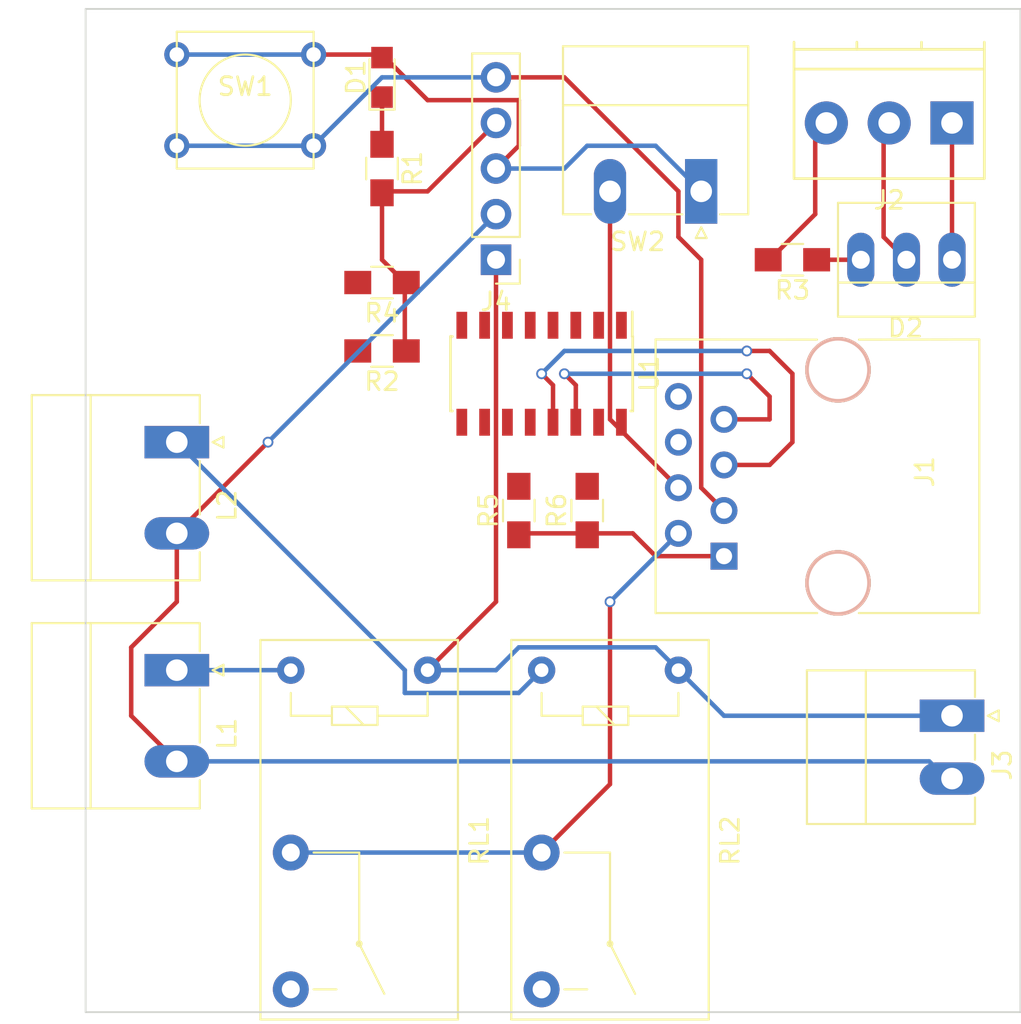
<source format=kicad_pcb>
(kicad_pcb (version 4) (host pcbnew 4.0.6)

  (general
    (links 41)
    (no_connects 11)
    (area 214.63 53.34 271.78 111.76)
    (thickness 1.6)
    (drawings 4)
    (tracks 96)
    (zones 0)
    (modules 19)
    (nets 29)
  )

  (page A4)
  (title_block
    (date "jeu. 02 avril 2015")
  )

  (layers
    (0 F.Cu signal)
    (31 B.Cu signal)
    (32 B.Adhes user)
    (33 F.Adhes user)
    (34 B.Paste user)
    (35 F.Paste user)
    (36 B.SilkS user)
    (37 F.SilkS user)
    (38 B.Mask user)
    (39 F.Mask user)
    (40 Dwgs.User user)
    (41 Cmts.User user)
    (42 Eco1.User user)
    (43 Eco2.User user)
    (44 Edge.Cuts user)
    (45 Margin user)
    (46 B.CrtYd user)
    (47 F.CrtYd user)
    (48 B.Fab user)
    (49 F.Fab user)
  )

  (setup
    (last_trace_width 0.25)
    (trace_clearance 0.2)
    (zone_clearance 0.508)
    (zone_45_only no)
    (trace_min 0.2)
    (segment_width 0.15)
    (edge_width 0.1)
    (via_size 0.6)
    (via_drill 0.4)
    (via_min_size 0.4)
    (via_min_drill 0.3)
    (uvia_size 0.3)
    (uvia_drill 0.1)
    (uvias_allowed no)
    (uvia_min_size 0.2)
    (uvia_min_drill 0.1)
    (pcb_text_width 0.3)
    (pcb_text_size 1.5 1.5)
    (mod_edge_width 0.15)
    (mod_text_size 1 1)
    (mod_text_width 0.15)
    (pad_size 1.5 1.5)
    (pad_drill 0.6)
    (pad_to_mask_clearance 0)
    (aux_axis_origin 138.176 110.617)
    (visible_elements 7FFFFFFF)
    (pcbplotparams
      (layerselection 0x00030_80000001)
      (usegerberextensions false)
      (excludeedgelayer true)
      (linewidth 0.100000)
      (plotframeref false)
      (viasonmask false)
      (mode 1)
      (useauxorigin false)
      (hpglpennumber 1)
      (hpglpenspeed 20)
      (hpglpendiameter 15)
      (hpglpenoverlay 2)
      (psnegative false)
      (psa4output false)
      (plotreference true)
      (plotvalue true)
      (plotinvisibletext false)
      (padsonsilk false)
      (subtractmaskfromsilk false)
      (outputformat 1)
      (mirror false)
      (drillshape 1)
      (scaleselection 1)
      (outputdirectory ""))
  )

  (net 0 "")
  (net 1 GND)
  (net 2 VCC)
  (net 3 "Net-(D1-Pad1)")
  (net 4 "Net-(D2-Pad1)")
  (net 5 "Net-(D2-Pad2)")
  (net 6 "Net-(D2-Pad3)")
  (net 7 DO_Open_Req)
  (net 8 "Net-(J1-Pad12)")
  (net 9 "Net-(J1-Pad5)")
  (net 10 "Net-(J1-Pad6)")
  (net 11 "Net-(J1-Pad7)")
  (net 12 "Net-(J1-Pad10)")
  (net 13 +24V)
  (net 14 GNDA)
  (net 15 "Net-(L1-Pad1)")
  (net 16 "Net-(L2-Pad1)")
  (net 17 "Net-(J1-Pad11)")
  (net 18 "Net-(J1-Pad9)")
  (net 19 "Net-(U1-Pad4)")
  (net 20 "Net-(U1-Pad5)")
  (net 21 "Net-(U1-Pad6)")
  (net 22 "Net-(U1-Pad7)")
  (net 23 "Net-(U1-Pad9)")
  (net 24 "Net-(U1-Pad10)")
  (net 25 "Net-(U1-Pad11)")
  (net 26 "Net-(U1-Pad12)")
  (net 27 "Net-(RL1-PadA2)")
  (net 28 "Net-(RL2-PadA2)")

  (net_class Default "This is the default net class."
    (clearance 0.2)
    (trace_width 0.25)
    (via_dia 0.6)
    (via_drill 0.4)
    (uvia_dia 0.3)
    (uvia_drill 0.1)
    (add_net +24V)
    (add_net DO_Open_Req)
    (add_net GND)
    (add_net GNDA)
    (add_net "Net-(D1-Pad1)")
    (add_net "Net-(D2-Pad1)")
    (add_net "Net-(D2-Pad2)")
    (add_net "Net-(D2-Pad3)")
    (add_net "Net-(J1-Pad10)")
    (add_net "Net-(J1-Pad11)")
    (add_net "Net-(J1-Pad12)")
    (add_net "Net-(J1-Pad5)")
    (add_net "Net-(J1-Pad6)")
    (add_net "Net-(J1-Pad7)")
    (add_net "Net-(J1-Pad9)")
    (add_net "Net-(L1-Pad1)")
    (add_net "Net-(L2-Pad1)")
    (add_net "Net-(RL1-PadA2)")
    (add_net "Net-(RL2-PadA2)")
    (add_net "Net-(U1-Pad10)")
    (add_net "Net-(U1-Pad11)")
    (add_net "Net-(U1-Pad12)")
    (add_net "Net-(U1-Pad4)")
    (add_net "Net-(U1-Pad5)")
    (add_net "Net-(U1-Pad6)")
    (add_net "Net-(U1-Pad7)")
    (add_net "Net-(U1-Pad9)")
    (add_net VCC)
  )

  (module LEDs:LED_0805 (layer F.Cu) (tedit 57FE93EC) (tstamp 58F78DAD)
    (at 236.22 58.42 90)
    (descr "LED 0805 smd package")
    (tags "LED led 0805 SMD smd SMT smt smdled SMDLED smtled SMTLED")
    (path /58F886F8)
    (attr smd)
    (fp_text reference D1 (at 0 -1.45 90) (layer F.SilkS)
      (effects (font (size 1 1) (thickness 0.15)))
    )
    (fp_text value Power (at 0 1.55 90) (layer F.Fab)
      (effects (font (size 1 1) (thickness 0.15)))
    )
    (fp_line (start -1.8 -0.7) (end -1.8 0.7) (layer F.SilkS) (width 0.12))
    (fp_line (start -0.4 -0.4) (end -0.4 0.4) (layer F.Fab) (width 0.1))
    (fp_line (start -0.4 0) (end 0.2 -0.4) (layer F.Fab) (width 0.1))
    (fp_line (start 0.2 0.4) (end -0.4 0) (layer F.Fab) (width 0.1))
    (fp_line (start 0.2 -0.4) (end 0.2 0.4) (layer F.Fab) (width 0.1))
    (fp_line (start 1 0.6) (end -1 0.6) (layer F.Fab) (width 0.1))
    (fp_line (start 1 -0.6) (end 1 0.6) (layer F.Fab) (width 0.1))
    (fp_line (start -1 -0.6) (end 1 -0.6) (layer F.Fab) (width 0.1))
    (fp_line (start -1 0.6) (end -1 -0.6) (layer F.Fab) (width 0.1))
    (fp_line (start -1.8 0.7) (end 1 0.7) (layer F.SilkS) (width 0.12))
    (fp_line (start -1.8 -0.7) (end 1 -0.7) (layer F.SilkS) (width 0.12))
    (fp_line (start 1.95 -0.85) (end 1.95 0.85) (layer F.CrtYd) (width 0.05))
    (fp_line (start 1.95 0.85) (end -1.95 0.85) (layer F.CrtYd) (width 0.05))
    (fp_line (start -1.95 0.85) (end -1.95 -0.85) (layer F.CrtYd) (width 0.05))
    (fp_line (start -1.95 -0.85) (end 1.95 -0.85) (layer F.CrtYd) (width 0.05))
    (pad 2 smd rect (at 1.1 0 270) (size 1.2 1.2) (layers F.Cu F.Paste F.Mask)
      (net 2 VCC))
    (pad 1 smd rect (at -1.1 0 270) (size 1.2 1.2) (layers F.Cu F.Paste F.Mask)
      (net 3 "Net-(D1-Pad1)"))
    (model LEDs.3dshapes/LED_0805.wrl
      (at (xyz 0 0 0))
      (scale (xyz 1 1 1))
      (rotate (xyz 0 0 180))
    )
  )

  (module Connectors:PINHEAD1-3 (layer F.Cu) (tedit 0) (tstamp 58F78DB4)
    (at 267.97 68.58 180)
    (path /58F78068)
    (fp_text reference D2 (at 2.59 -3.8 180) (layer F.SilkS)
      (effects (font (size 1 1) (thickness 0.15)))
    )
    (fp_text value LED_Dual_AAC (at 2.54 3.81 180) (layer F.Fab)
      (effects (font (size 1 1) (thickness 0.15)))
    )
    (fp_line (start -1.27 -3.17) (end -1.27 3.17) (layer F.SilkS) (width 0.12))
    (fp_line (start 6.35 -3.17) (end 6.35 3.17) (layer F.SilkS) (width 0.12))
    (fp_line (start 6.35 -1.27) (end -1.27 -1.27) (layer F.SilkS) (width 0.12))
    (fp_line (start -1.27 -3.17) (end 6.35 -3.17) (layer F.SilkS) (width 0.12))
    (fp_line (start 6.35 3.17) (end -1.27 3.17) (layer F.SilkS) (width 0.12))
    (fp_line (start -1.52 -3.42) (end 6.6 -3.42) (layer F.CrtYd) (width 0.05))
    (fp_line (start -1.52 -3.42) (end -1.52 3.42) (layer F.CrtYd) (width 0.05))
    (fp_line (start 6.6 3.42) (end 6.6 -3.42) (layer F.CrtYd) (width 0.05))
    (fp_line (start 6.6 3.42) (end -1.52 3.42) (layer F.CrtYd) (width 0.05))
    (pad 1 thru_hole oval (at 0 0 180) (size 1.51 3.01) (drill 1) (layers *.Cu *.Mask)
      (net 4 "Net-(D2-Pad1)"))
    (pad 2 thru_hole oval (at 2.54 0 180) (size 1.51 3.01) (drill 1) (layers *.Cu *.Mask)
      (net 5 "Net-(D2-Pad2)"))
    (pad 3 thru_hole oval (at 5.08 0 180) (size 1.51 3.01) (drill 1) (layers *.Cu *.Mask)
      (net 6 "Net-(D2-Pad3)"))
  )

  (module Connectors:RJ45_8 locked (layer F.Cu) (tedit 0) (tstamp 58F78DC2)
    (at 255.27 85.09 90)
    (tags RJ45)
    (path /58F7646D)
    (fp_text reference J1 (at 4.7 11.18 90) (layer F.SilkS)
      (effects (font (size 1 1) (thickness 0.15)))
    )
    (fp_text value RJ45_LEDS (at 4.59 6.25 90) (layer F.Fab)
      (effects (font (size 1 1) (thickness 0.15)))
    )
    (fp_line (start -3.17 14.22) (end 12.07 14.22) (layer F.SilkS) (width 0.12))
    (fp_line (start 12.07 -3.81) (end 12.06 5.18) (layer F.SilkS) (width 0.12))
    (fp_line (start 12.07 -3.81) (end -3.17 -3.81) (layer F.SilkS) (width 0.12))
    (fp_line (start -3.17 -3.81) (end -3.17 5.19) (layer F.SilkS) (width 0.12))
    (fp_line (start 12.06 7.52) (end 12.07 14.22) (layer F.SilkS) (width 0.12))
    (fp_line (start -3.17 7.51) (end -3.17 14.22) (layer F.SilkS) (width 0.12))
    (fp_line (start -3.56 -4.06) (end 12.46 -4.06) (layer F.CrtYd) (width 0.05))
    (fp_line (start -3.56 -4.06) (end -3.56 14.47) (layer F.CrtYd) (width 0.05))
    (fp_line (start 12.46 14.47) (end 12.46 -4.06) (layer F.CrtYd) (width 0.05))
    (fp_line (start 12.46 14.47) (end -3.56 14.47) (layer F.CrtYd) (width 0.05))
    (pad Hole np_thru_hole circle (at 10.38 6.35 90) (size 3.65 3.65) (drill 3.25) (layers *.Cu *.SilkS *.Mask))
    (pad Hole np_thru_hole circle (at -1.49 6.35 90) (size 3.65 3.65) (drill 3.25) (layers *.Cu *.SilkS *.Mask))
    (pad 1 thru_hole rect (at 0 0 90) (size 1.5 1.5) (drill 0.9) (layers *.Cu *.Mask)
      (net 2 VCC))
    (pad 2 thru_hole circle (at 1.27 -2.54 90) (size 1.5 1.5) (drill 0.9) (layers *.Cu *.Mask)
      (net 1 GND))
    (pad 3 thru_hole circle (at 2.54 0 90) (size 1.5 1.5) (drill 0.9) (layers *.Cu *.Mask)
      (net 7 DO_Open_Req))
    (pad 4 thru_hole circle (at 3.81 -2.54 90) (size 1.5 1.5) (drill 0.9) (layers *.Cu *.Mask)
      (net 8 "Net-(J1-Pad12)"))
    (pad 5 thru_hole circle (at 5.08 0 90) (size 1.5 1.5) (drill 0.9) (layers *.Cu *.Mask)
      (net 9 "Net-(J1-Pad5)"))
    (pad 6 thru_hole circle (at 6.35 -2.54 90) (size 1.5 1.5) (drill 0.9) (layers *.Cu *.Mask)
      (net 10 "Net-(J1-Pad6)"))
    (pad 7 thru_hole circle (at 7.62 0 90) (size 1.5 1.5) (drill 0.9) (layers *.Cu *.Mask)
      (net 11 "Net-(J1-Pad7)"))
    (pad 8 thru_hole circle (at 8.89 -2.54 90) (size 1.5 1.5) (drill 0.9) (layers *.Cu *.Mask)
      (net 12 "Net-(J1-Pad10)"))
    (model Connectors.3dshapes/RJ45_8.wrl
      (at (xyz 0.18 -0.25 0))
      (scale (xyz 0.4 0.4 0.4))
      (rotate (xyz 0 0 0))
    )
  )

  (module Connectors_Terminal_Blocks:TerminalBlock_Pheonix_PT-3.5mm_3pol (layer F.Cu) (tedit 56301605) (tstamp 58F78DC9)
    (at 267.97 60.96 180)
    (descr "3-way 3.5mm pitch terminal block, Phoenix PT series")
    (path /58F86020)
    (fp_text reference J2 (at 3.5 -4.3 180) (layer F.SilkS)
      (effects (font (size 1 1) (thickness 0.15)))
    )
    (fp_text value LEDS (at 3.5 6 180) (layer F.Fab)
      (effects (font (size 1 1) (thickness 0.15)))
    )
    (fp_line (start -2 -3.3) (end 9 -3.3) (layer F.CrtYd) (width 0.05))
    (fp_line (start -2 4.7) (end -2 -3.3) (layer F.CrtYd) (width 0.05))
    (fp_line (start 9 4.7) (end -2 4.7) (layer F.CrtYd) (width 0.05))
    (fp_line (start 9 -3.3) (end 9 4.7) (layer F.CrtYd) (width 0.05))
    (fp_line (start 1.7 4.1) (end 1.7 4.5) (layer F.SilkS) (width 0.15))
    (fp_line (start 5.3 4.1) (end 5.3 4.5) (layer F.SilkS) (width 0.15))
    (fp_line (start -1.8 3) (end 8.8 3) (layer F.SilkS) (width 0.15))
    (fp_line (start -1.8 4.1) (end 8.8 4.1) (layer F.SilkS) (width 0.15))
    (fp_line (start -1.8 -3.1) (end -1.8 4.5) (layer F.SilkS) (width 0.15))
    (fp_line (start 8.8 4.5) (end 8.8 -3.1) (layer F.SilkS) (width 0.15))
    (fp_line (start 8.8 -3.1) (end -1.8 -3.1) (layer F.SilkS) (width 0.15))
    (pad 2 thru_hole circle (at 3.5 0 180) (size 2.4 2.4) (drill 1.2) (layers *.Cu *.Mask)
      (net 5 "Net-(D2-Pad2)"))
    (pad 3 thru_hole circle (at 7 0 180) (size 2.4 2.4) (drill 1.2) (layers *.Cu *.Mask)
      (net 1 GND))
    (pad 1 thru_hole rect (at 0 0 180) (size 2.4 2.4) (drill 1.2) (layers *.Cu *.Mask)
      (net 4 "Net-(D2-Pad1)"))
    (model Terminal_Blocks.3dshapes/TerminalBlock_Pheonix_PT-3.5mm_3pol.wrl
      (at (xyz 0 0 0))
      (scale (xyz 1 1 1))
      (rotate (xyz 0 0 0))
    )
  )

  (module Connectors_Phoenix:PhoenixContact_MC-G_02x3.50mm_Angled (layer F.Cu) (tedit 58AC4560) (tstamp 58F78DCF)
    (at 267.97 93.98 270)
    (descr "Generic Phoenix Contact connector footprint for series: MC-G; number of pins: 02; pin pitch: 3.50mm; Angled || order number: 1844210 8A 160V")
    (tags "phoenix_contact connector MC_01x02_G_3.5mm")
    (path /58F7D380)
    (fp_text reference J3 (at 2.75 -2.8 270) (layer F.SilkS)
      (effects (font (size 1 1) (thickness 0.15)))
    )
    (fp_text value "24v Power" (at 1.75 9 270) (layer F.Fab)
      (effects (font (size 1 1) (thickness 0.15)))
    )
    (fp_line (start -2.53 -1.28) (end -2.53 8.08) (layer F.SilkS) (width 0.12))
    (fp_line (start -2.53 8.08) (end 6.03 8.08) (layer F.SilkS) (width 0.12))
    (fp_line (start 6.03 8.08) (end 6.03 -1.28) (layer F.SilkS) (width 0.12))
    (fp_line (start -2.53 -1.28) (end -1.05 -1.28) (layer F.SilkS) (width 0.12))
    (fp_line (start 6.03 -1.28) (end 4.55 -1.28) (layer F.SilkS) (width 0.12))
    (fp_line (start 1.05 -1.28) (end 2.45 -1.28) (layer F.SilkS) (width 0.12))
    (fp_line (start -2.45 -1.2) (end -2.45 8) (layer F.Fab) (width 0.1))
    (fp_line (start -2.45 8) (end 5.95 8) (layer F.Fab) (width 0.1))
    (fp_line (start 5.95 8) (end 5.95 -1.2) (layer F.Fab) (width 0.1))
    (fp_line (start 5.95 -1.2) (end -2.45 -1.2) (layer F.Fab) (width 0.1))
    (fp_line (start -2.53 4.8) (end 6.03 4.8) (layer F.SilkS) (width 0.12))
    (fp_line (start -3.03 -2.3) (end -3.03 8.5) (layer F.CrtYd) (width 0.05))
    (fp_line (start -3.03 8.5) (end 6.45 8.5) (layer F.CrtYd) (width 0.05))
    (fp_line (start 6.45 8.5) (end 6.45 -2.3) (layer F.CrtYd) (width 0.05))
    (fp_line (start 6.45 -2.3) (end -3.03 -2.3) (layer F.CrtYd) (width 0.05))
    (fp_line (start 0.3 -2.6) (end 0 -2) (layer F.SilkS) (width 0.12))
    (fp_line (start 0 -2) (end -0.3 -2.6) (layer F.SilkS) (width 0.12))
    (fp_line (start -0.3 -2.6) (end 0.3 -2.6) (layer F.SilkS) (width 0.12))
    (fp_line (start 0.8 -1.2) (end 0 0) (layer F.Fab) (width 0.1))
    (fp_line (start 0 0) (end -0.8 -1.2) (layer F.Fab) (width 0.1))
    (fp_text user %R (at 1.75 3 270) (layer F.Fab)
      (effects (font (size 1 1) (thickness 0.15)))
    )
    (pad 1 thru_hole rect (at 0 0 270) (size 1.8 3.6) (drill 1.2) (layers *.Cu *.Mask)
      (net 13 +24V))
    (pad 2 thru_hole oval (at 3.5 0 270) (size 1.8 3.6) (drill 1.2) (layers *.Cu *.Mask)
      (net 14 GNDA))
    (model Connectors_Phoenix.3dshapes/PhoenixContact_MC-G_02x3.50mm_Angled.wrl
      (at (xyz 0 0 0))
      (scale (xyz 1 1 1))
      (rotate (xyz 0 0 0))
    )
  )

  (module Pin_Headers:Pin_Header_Straight_1x05_Pitch2.54mm (layer F.Cu) (tedit 58CD4EC1) (tstamp 58F78DD8)
    (at 242.57 68.58 180)
    (descr "Through hole straight pin header, 1x05, 2.54mm pitch, single row")
    (tags "Through hole pin header THT 1x05 2.54mm single row")
    (path /58F99647)
    (fp_text reference J4 (at 0 -2.33 180) (layer F.SilkS)
      (effects (font (size 1 1) (thickness 0.15)))
    )
    (fp_text value CONN_01X05 (at 0 12.49 180) (layer F.Fab)
      (effects (font (size 1 1) (thickness 0.15)))
    )
    (fp_line (start -1.27 -1.27) (end -1.27 11.43) (layer F.Fab) (width 0.1))
    (fp_line (start -1.27 11.43) (end 1.27 11.43) (layer F.Fab) (width 0.1))
    (fp_line (start 1.27 11.43) (end 1.27 -1.27) (layer F.Fab) (width 0.1))
    (fp_line (start 1.27 -1.27) (end -1.27 -1.27) (layer F.Fab) (width 0.1))
    (fp_line (start -1.33 1.27) (end -1.33 11.49) (layer F.SilkS) (width 0.12))
    (fp_line (start -1.33 11.49) (end 1.33 11.49) (layer F.SilkS) (width 0.12))
    (fp_line (start 1.33 11.49) (end 1.33 1.27) (layer F.SilkS) (width 0.12))
    (fp_line (start 1.33 1.27) (end -1.33 1.27) (layer F.SilkS) (width 0.12))
    (fp_line (start -1.33 0) (end -1.33 -1.33) (layer F.SilkS) (width 0.12))
    (fp_line (start -1.33 -1.33) (end 0 -1.33) (layer F.SilkS) (width 0.12))
    (fp_line (start -1.8 -1.8) (end -1.8 11.95) (layer F.CrtYd) (width 0.05))
    (fp_line (start -1.8 11.95) (end 1.8 11.95) (layer F.CrtYd) (width 0.05))
    (fp_line (start 1.8 11.95) (end 1.8 -1.8) (layer F.CrtYd) (width 0.05))
    (fp_line (start 1.8 -1.8) (end -1.8 -1.8) (layer F.CrtYd) (width 0.05))
    (fp_text user %R (at 0 -2.33 180) (layer F.Fab)
      (effects (font (size 1 1) (thickness 0.15)))
    )
    (pad 1 thru_hole rect (at 0 0 180) (size 1.7 1.7) (drill 1) (layers *.Cu *.Mask)
      (net 13 +24V))
    (pad 2 thru_hole oval (at 0 2.54 180) (size 1.7 1.7) (drill 1) (layers *.Cu *.Mask)
      (net 14 GNDA))
    (pad 3 thru_hole oval (at 0 5.08 180) (size 1.7 1.7) (drill 1) (layers *.Cu *.Mask)
      (net 2 VCC))
    (pad 4 thru_hole oval (at 0 7.62 180) (size 1.7 1.7) (drill 1) (layers *.Cu *.Mask)
      (net 1 GND))
    (pad 5 thru_hole oval (at 0 10.16 180) (size 1.7 1.7) (drill 1) (layers *.Cu *.Mask)
      (net 7 DO_Open_Req))
    (model ${KISYS3DMOD}/Pin_Headers.3dshapes/Pin_Header_Straight_1x05_Pitch2.54mm.wrl
      (at (xyz 0 -0.2 0))
      (scale (xyz 1 1 1))
      (rotate (xyz 0 0 90))
    )
  )

  (module Connectors_Phoenix:PhoenixContact_MC-G_02x5.08mm_Angled (layer F.Cu) (tedit 58AC4560) (tstamp 58F78DFA)
    (at 224.79 91.44 270)
    (descr "Generic Phoenix Contact connector footprint for series: MC-G; number of pins: 02; pin pitch: 5.08mm; Angled || order number: 1836189 8A 320V")
    (tags "phoenix_contact connector MC_01x02_G_5.08mm")
    (path /58F761DB)
    (fp_text reference L1 (at 3.54 -2.8 270) (layer F.SilkS)
      (effects (font (size 1 1) (thickness 0.15)))
    )
    (fp_text value "Magnet Plate" (at 2.54 9 270) (layer F.Fab)
      (effects (font (size 1 1) (thickness 0.15)))
    )
    (fp_line (start -2.62 -1.28) (end -2.62 8.08) (layer F.SilkS) (width 0.12))
    (fp_line (start -2.62 8.08) (end 7.7 8.08) (layer F.SilkS) (width 0.12))
    (fp_line (start 7.7 8.08) (end 7.7 -1.28) (layer F.SilkS) (width 0.12))
    (fp_line (start -2.62 -1.28) (end -1.05 -1.28) (layer F.SilkS) (width 0.12))
    (fp_line (start 7.7 -1.28) (end 6.13 -1.28) (layer F.SilkS) (width 0.12))
    (fp_line (start 1.05 -1.28) (end 4.03 -1.28) (layer F.SilkS) (width 0.12))
    (fp_line (start -2.54 -1.2) (end -2.54 8) (layer F.Fab) (width 0.1))
    (fp_line (start -2.54 8) (end 7.62 8) (layer F.Fab) (width 0.1))
    (fp_line (start 7.62 8) (end 7.62 -1.2) (layer F.Fab) (width 0.1))
    (fp_line (start 7.62 -1.2) (end -2.54 -1.2) (layer F.Fab) (width 0.1))
    (fp_line (start -2.62 4.8) (end 7.7 4.8) (layer F.SilkS) (width 0.12))
    (fp_line (start -3.12 -2.3) (end -3.12 8.5) (layer F.CrtYd) (width 0.05))
    (fp_line (start -3.12 8.5) (end 8.12 8.5) (layer F.CrtYd) (width 0.05))
    (fp_line (start 8.12 8.5) (end 8.12 -2.3) (layer F.CrtYd) (width 0.05))
    (fp_line (start 8.12 -2.3) (end -3.12 -2.3) (layer F.CrtYd) (width 0.05))
    (fp_line (start 0.3 -2.6) (end 0 -2) (layer F.SilkS) (width 0.12))
    (fp_line (start 0 -2) (end -0.3 -2.6) (layer F.SilkS) (width 0.12))
    (fp_line (start -0.3 -2.6) (end 0.3 -2.6) (layer F.SilkS) (width 0.12))
    (fp_line (start 0.8 -1.2) (end 0 0) (layer F.Fab) (width 0.1))
    (fp_line (start 0 0) (end -0.8 -1.2) (layer F.Fab) (width 0.1))
    (fp_text user %R (at 2.54 3 270) (layer F.Fab)
      (effects (font (size 1 1) (thickness 0.15)))
    )
    (pad 1 thru_hole rect (at 0 0 270) (size 1.8 3.6) (drill 1.2) (layers *.Cu *.Mask)
      (net 15 "Net-(L1-Pad1)"))
    (pad 2 thru_hole oval (at 5.08 0 270) (size 1.8 3.6) (drill 1.2) (layers *.Cu *.Mask)
      (net 14 GNDA))
    (model Connectors_Phoenix.3dshapes/PhoenixContact_MC-G_02x5.08mm_Angled.wrl
      (at (xyz 0 0 0))
      (scale (xyz 1 1 1))
      (rotate (xyz 0 0 0))
    )
  )

  (module Connectors_Phoenix:PhoenixContact_MC-G_02x5.08mm_Angled (layer F.Cu) (tedit 58AC4560) (tstamp 58F78E00)
    (at 224.79 78.74 270)
    (descr "Generic Phoenix Contact connector footprint for series: MC-G; number of pins: 02; pin pitch: 5.08mm; Angled || order number: 1836189 8A 320V")
    (tags "phoenix_contact connector MC_01x02_G_5.08mm")
    (path /58F97A4E)
    (fp_text reference L2 (at 3.54 -2.8 270) (layer F.SilkS)
      (effects (font (size 1 1) (thickness 0.15)))
    )
    (fp_text value "Door Strike" (at 2.54 9 270) (layer F.Fab)
      (effects (font (size 1 1) (thickness 0.15)))
    )
    (fp_line (start -2.62 -1.28) (end -2.62 8.08) (layer F.SilkS) (width 0.12))
    (fp_line (start -2.62 8.08) (end 7.7 8.08) (layer F.SilkS) (width 0.12))
    (fp_line (start 7.7 8.08) (end 7.7 -1.28) (layer F.SilkS) (width 0.12))
    (fp_line (start -2.62 -1.28) (end -1.05 -1.28) (layer F.SilkS) (width 0.12))
    (fp_line (start 7.7 -1.28) (end 6.13 -1.28) (layer F.SilkS) (width 0.12))
    (fp_line (start 1.05 -1.28) (end 4.03 -1.28) (layer F.SilkS) (width 0.12))
    (fp_line (start -2.54 -1.2) (end -2.54 8) (layer F.Fab) (width 0.1))
    (fp_line (start -2.54 8) (end 7.62 8) (layer F.Fab) (width 0.1))
    (fp_line (start 7.62 8) (end 7.62 -1.2) (layer F.Fab) (width 0.1))
    (fp_line (start 7.62 -1.2) (end -2.54 -1.2) (layer F.Fab) (width 0.1))
    (fp_line (start -2.62 4.8) (end 7.7 4.8) (layer F.SilkS) (width 0.12))
    (fp_line (start -3.12 -2.3) (end -3.12 8.5) (layer F.CrtYd) (width 0.05))
    (fp_line (start -3.12 8.5) (end 8.12 8.5) (layer F.CrtYd) (width 0.05))
    (fp_line (start 8.12 8.5) (end 8.12 -2.3) (layer F.CrtYd) (width 0.05))
    (fp_line (start 8.12 -2.3) (end -3.12 -2.3) (layer F.CrtYd) (width 0.05))
    (fp_line (start 0.3 -2.6) (end 0 -2) (layer F.SilkS) (width 0.12))
    (fp_line (start 0 -2) (end -0.3 -2.6) (layer F.SilkS) (width 0.12))
    (fp_line (start -0.3 -2.6) (end 0.3 -2.6) (layer F.SilkS) (width 0.12))
    (fp_line (start 0.8 -1.2) (end 0 0) (layer F.Fab) (width 0.1))
    (fp_line (start 0 0) (end -0.8 -1.2) (layer F.Fab) (width 0.1))
    (fp_text user %R (at 2.54 3 270) (layer F.Fab)
      (effects (font (size 1 1) (thickness 0.15)))
    )
    (pad 1 thru_hole rect (at 0 0 270) (size 1.8 3.6) (drill 1.2) (layers *.Cu *.Mask)
      (net 16 "Net-(L2-Pad1)"))
    (pad 2 thru_hole oval (at 5.08 0 270) (size 1.8 3.6) (drill 1.2) (layers *.Cu *.Mask)
      (net 14 GNDA))
    (model Connectors_Phoenix.3dshapes/PhoenixContact_MC-G_02x5.08mm_Angled.wrl
      (at (xyz 0 0 0))
      (scale (xyz 1 1 1))
      (rotate (xyz 0 0 0))
    )
  )

  (module Resistors_SMD:R_0805_HandSoldering (layer F.Cu) (tedit 58E0A804) (tstamp 58F78E06)
    (at 236.22 63.5 270)
    (descr "Resistor SMD 0805, hand soldering")
    (tags "resistor 0805")
    (path /58F887DF)
    (attr smd)
    (fp_text reference R1 (at 0 -1.7 270) (layer F.SilkS)
      (effects (font (size 1 1) (thickness 0.15)))
    )
    (fp_text value R (at 0 1.75 270) (layer F.Fab)
      (effects (font (size 1 1) (thickness 0.15)))
    )
    (fp_text user %R (at 0 0 270) (layer F.Fab)
      (effects (font (size 0.5 0.5) (thickness 0.075)))
    )
    (fp_line (start -1 0.62) (end -1 -0.62) (layer F.Fab) (width 0.1))
    (fp_line (start 1 0.62) (end -1 0.62) (layer F.Fab) (width 0.1))
    (fp_line (start 1 -0.62) (end 1 0.62) (layer F.Fab) (width 0.1))
    (fp_line (start -1 -0.62) (end 1 -0.62) (layer F.Fab) (width 0.1))
    (fp_line (start 0.6 0.88) (end -0.6 0.88) (layer F.SilkS) (width 0.12))
    (fp_line (start -0.6 -0.88) (end 0.6 -0.88) (layer F.SilkS) (width 0.12))
    (fp_line (start -2.35 -0.9) (end 2.35 -0.9) (layer F.CrtYd) (width 0.05))
    (fp_line (start -2.35 -0.9) (end -2.35 0.9) (layer F.CrtYd) (width 0.05))
    (fp_line (start 2.35 0.9) (end 2.35 -0.9) (layer F.CrtYd) (width 0.05))
    (fp_line (start 2.35 0.9) (end -2.35 0.9) (layer F.CrtYd) (width 0.05))
    (pad 1 smd rect (at -1.35 0 270) (size 1.5 1.3) (layers F.Cu F.Paste F.Mask)
      (net 3 "Net-(D1-Pad1)"))
    (pad 2 smd rect (at 1.35 0 270) (size 1.5 1.3) (layers F.Cu F.Paste F.Mask)
      (net 1 GND))
    (model ${KISYS3DMOD}/Resistors_SMD.3dshapes/R_0805.wrl
      (at (xyz 0 0 0))
      (scale (xyz 1 1 1))
      (rotate (xyz 0 0 0))
    )
  )

  (module Resistors_SMD:R_0805_HandSoldering (layer F.Cu) (tedit 58E0A804) (tstamp 58F78E0C)
    (at 236.22 73.66 180)
    (descr "Resistor SMD 0805, hand soldering")
    (tags "resistor 0805")
    (path /58F818C7)
    (attr smd)
    (fp_text reference R2 (at 0 -1.7 180) (layer F.SilkS)
      (effects (font (size 1 1) (thickness 0.15)))
    )
    (fp_text value R (at 0 1.75 180) (layer F.Fab)
      (effects (font (size 1 1) (thickness 0.15)))
    )
    (fp_text user %R (at 0 0 180) (layer F.Fab)
      (effects (font (size 0.5 0.5) (thickness 0.075)))
    )
    (fp_line (start -1 0.62) (end -1 -0.62) (layer F.Fab) (width 0.1))
    (fp_line (start 1 0.62) (end -1 0.62) (layer F.Fab) (width 0.1))
    (fp_line (start 1 -0.62) (end 1 0.62) (layer F.Fab) (width 0.1))
    (fp_line (start -1 -0.62) (end 1 -0.62) (layer F.Fab) (width 0.1))
    (fp_line (start 0.6 0.88) (end -0.6 0.88) (layer F.SilkS) (width 0.12))
    (fp_line (start -0.6 -0.88) (end 0.6 -0.88) (layer F.SilkS) (width 0.12))
    (fp_line (start -2.35 -0.9) (end 2.35 -0.9) (layer F.CrtYd) (width 0.05))
    (fp_line (start -2.35 -0.9) (end -2.35 0.9) (layer F.CrtYd) (width 0.05))
    (fp_line (start 2.35 0.9) (end 2.35 -0.9) (layer F.CrtYd) (width 0.05))
    (fp_line (start 2.35 0.9) (end -2.35 0.9) (layer F.CrtYd) (width 0.05))
    (pad 1 smd rect (at -1.35 0 180) (size 1.5 1.3) (layers F.Cu F.Paste F.Mask)
      (net 1 GND))
    (pad 2 smd rect (at 1.35 0 180) (size 1.5 1.3) (layers F.Cu F.Paste F.Mask)
      (net 17 "Net-(J1-Pad11)"))
    (model ${KISYS3DMOD}/Resistors_SMD.3dshapes/R_0805.wrl
      (at (xyz 0 0 0))
      (scale (xyz 1 1 1))
      (rotate (xyz 0 0 0))
    )
  )

  (module Resistors_SMD:R_0805_HandSoldering (layer F.Cu) (tedit 58E0A804) (tstamp 58F78E12)
    (at 259.08 68.58 180)
    (descr "Resistor SMD 0805, hand soldering")
    (tags "resistor 0805")
    (path /58F800ED)
    (attr smd)
    (fp_text reference R3 (at 0 -1.7 180) (layer F.SilkS)
      (effects (font (size 1 1) (thickness 0.15)))
    )
    (fp_text value R (at 0 1.75 180) (layer F.Fab)
      (effects (font (size 1 1) (thickness 0.15)))
    )
    (fp_text user %R (at 0 0 180) (layer F.Fab)
      (effects (font (size 0.5 0.5) (thickness 0.075)))
    )
    (fp_line (start -1 0.62) (end -1 -0.62) (layer F.Fab) (width 0.1))
    (fp_line (start 1 0.62) (end -1 0.62) (layer F.Fab) (width 0.1))
    (fp_line (start 1 -0.62) (end 1 0.62) (layer F.Fab) (width 0.1))
    (fp_line (start -1 -0.62) (end 1 -0.62) (layer F.Fab) (width 0.1))
    (fp_line (start 0.6 0.88) (end -0.6 0.88) (layer F.SilkS) (width 0.12))
    (fp_line (start -0.6 -0.88) (end 0.6 -0.88) (layer F.SilkS) (width 0.12))
    (fp_line (start -2.35 -0.9) (end 2.35 -0.9) (layer F.CrtYd) (width 0.05))
    (fp_line (start -2.35 -0.9) (end -2.35 0.9) (layer F.CrtYd) (width 0.05))
    (fp_line (start 2.35 0.9) (end 2.35 -0.9) (layer F.CrtYd) (width 0.05))
    (fp_line (start 2.35 0.9) (end -2.35 0.9) (layer F.CrtYd) (width 0.05))
    (pad 1 smd rect (at -1.35 0 180) (size 1.5 1.3) (layers F.Cu F.Paste F.Mask)
      (net 6 "Net-(D2-Pad3)"))
    (pad 2 smd rect (at 1.35 0 180) (size 1.5 1.3) (layers F.Cu F.Paste F.Mask)
      (net 1 GND))
    (model ${KISYS3DMOD}/Resistors_SMD.3dshapes/R_0805.wrl
      (at (xyz 0 0 0))
      (scale (xyz 1 1 1))
      (rotate (xyz 0 0 0))
    )
  )

  (module Resistors_SMD:R_0805_HandSoldering (layer F.Cu) (tedit 58E0A804) (tstamp 58F78E18)
    (at 236.22 69.85 180)
    (descr "Resistor SMD 0805, hand soldering")
    (tags "resistor 0805")
    (path /58F81B91)
    (attr smd)
    (fp_text reference R4 (at 0 -1.7 180) (layer F.SilkS)
      (effects (font (size 1 1) (thickness 0.15)))
    )
    (fp_text value R (at 0 1.75 180) (layer F.Fab)
      (effects (font (size 1 1) (thickness 0.15)))
    )
    (fp_text user %R (at 0 0 180) (layer F.Fab)
      (effects (font (size 0.5 0.5) (thickness 0.075)))
    )
    (fp_line (start -1 0.62) (end -1 -0.62) (layer F.Fab) (width 0.1))
    (fp_line (start 1 0.62) (end -1 0.62) (layer F.Fab) (width 0.1))
    (fp_line (start 1 -0.62) (end 1 0.62) (layer F.Fab) (width 0.1))
    (fp_line (start -1 -0.62) (end 1 -0.62) (layer F.Fab) (width 0.1))
    (fp_line (start 0.6 0.88) (end -0.6 0.88) (layer F.SilkS) (width 0.12))
    (fp_line (start -0.6 -0.88) (end 0.6 -0.88) (layer F.SilkS) (width 0.12))
    (fp_line (start -2.35 -0.9) (end 2.35 -0.9) (layer F.CrtYd) (width 0.05))
    (fp_line (start -2.35 -0.9) (end -2.35 0.9) (layer F.CrtYd) (width 0.05))
    (fp_line (start 2.35 0.9) (end 2.35 -0.9) (layer F.CrtYd) (width 0.05))
    (fp_line (start 2.35 0.9) (end -2.35 0.9) (layer F.CrtYd) (width 0.05))
    (pad 1 smd rect (at -1.35 0 180) (size 1.5 1.3) (layers F.Cu F.Paste F.Mask)
      (net 1 GND))
    (pad 2 smd rect (at 1.35 0 180) (size 1.5 1.3) (layers F.Cu F.Paste F.Mask)
      (net 18 "Net-(J1-Pad9)"))
    (model ${KISYS3DMOD}/Resistors_SMD.3dshapes/R_0805.wrl
      (at (xyz 0 0 0))
      (scale (xyz 1 1 1))
      (rotate (xyz 0 0 0))
    )
  )

  (module Resistors_SMD:R_0805_HandSoldering (layer F.Cu) (tedit 58E0A804) (tstamp 58F78E1E)
    (at 243.84 82.55 90)
    (descr "Resistor SMD 0805, hand soldering")
    (tags "resistor 0805")
    (path /58F8B03A)
    (attr smd)
    (fp_text reference R5 (at 0 -1.7 90) (layer F.SilkS)
      (effects (font (size 1 1) (thickness 0.15)))
    )
    (fp_text value R (at 0 1.75 90) (layer F.Fab)
      (effects (font (size 1 1) (thickness 0.15)))
    )
    (fp_text user %R (at 0 0 90) (layer F.Fab)
      (effects (font (size 0.5 0.5) (thickness 0.075)))
    )
    (fp_line (start -1 0.62) (end -1 -0.62) (layer F.Fab) (width 0.1))
    (fp_line (start 1 0.62) (end -1 0.62) (layer F.Fab) (width 0.1))
    (fp_line (start 1 -0.62) (end 1 0.62) (layer F.Fab) (width 0.1))
    (fp_line (start -1 -0.62) (end 1 -0.62) (layer F.Fab) (width 0.1))
    (fp_line (start 0.6 0.88) (end -0.6 0.88) (layer F.SilkS) (width 0.12))
    (fp_line (start -0.6 -0.88) (end 0.6 -0.88) (layer F.SilkS) (width 0.12))
    (fp_line (start -2.35 -0.9) (end 2.35 -0.9) (layer F.CrtYd) (width 0.05))
    (fp_line (start -2.35 -0.9) (end -2.35 0.9) (layer F.CrtYd) (width 0.05))
    (fp_line (start 2.35 0.9) (end 2.35 -0.9) (layer F.CrtYd) (width 0.05))
    (fp_line (start 2.35 0.9) (end -2.35 0.9) (layer F.CrtYd) (width 0.05))
    (pad 1 smd rect (at -1.35 0 90) (size 1.5 1.3) (layers F.Cu F.Paste F.Mask)
      (net 2 VCC))
    (pad 2 smd rect (at 1.35 0 90) (size 1.5 1.3) (layers F.Cu F.Paste F.Mask)
      (net 10 "Net-(J1-Pad6)"))
    (model ${KISYS3DMOD}/Resistors_SMD.3dshapes/R_0805.wrl
      (at (xyz 0 0 0))
      (scale (xyz 1 1 1))
      (rotate (xyz 0 0 0))
    )
  )

  (module Resistors_SMD:R_0805_HandSoldering (layer F.Cu) (tedit 58E0A804) (tstamp 58F78E24)
    (at 247.65 82.55 90)
    (descr "Resistor SMD 0805, hand soldering")
    (tags "resistor 0805")
    (path /58F8AF87)
    (attr smd)
    (fp_text reference R6 (at 0 -1.7 90) (layer F.SilkS)
      (effects (font (size 1 1) (thickness 0.15)))
    )
    (fp_text value R (at 0 1.75 90) (layer F.Fab)
      (effects (font (size 1 1) (thickness 0.15)))
    )
    (fp_text user %R (at 0 0 90) (layer F.Fab)
      (effects (font (size 0.5 0.5) (thickness 0.075)))
    )
    (fp_line (start -1 0.62) (end -1 -0.62) (layer F.Fab) (width 0.1))
    (fp_line (start 1 0.62) (end -1 0.62) (layer F.Fab) (width 0.1))
    (fp_line (start 1 -0.62) (end 1 0.62) (layer F.Fab) (width 0.1))
    (fp_line (start -1 -0.62) (end 1 -0.62) (layer F.Fab) (width 0.1))
    (fp_line (start 0.6 0.88) (end -0.6 0.88) (layer F.SilkS) (width 0.12))
    (fp_line (start -0.6 -0.88) (end 0.6 -0.88) (layer F.SilkS) (width 0.12))
    (fp_line (start -2.35 -0.9) (end 2.35 -0.9) (layer F.CrtYd) (width 0.05))
    (fp_line (start -2.35 -0.9) (end -2.35 0.9) (layer F.CrtYd) (width 0.05))
    (fp_line (start 2.35 0.9) (end 2.35 -0.9) (layer F.CrtYd) (width 0.05))
    (fp_line (start 2.35 0.9) (end -2.35 0.9) (layer F.CrtYd) (width 0.05))
    (pad 1 smd rect (at -1.35 0 90) (size 1.5 1.3) (layers F.Cu F.Paste F.Mask)
      (net 2 VCC))
    (pad 2 smd rect (at 1.35 0 90) (size 1.5 1.3) (layers F.Cu F.Paste F.Mask)
      (net 11 "Net-(J1-Pad7)"))
    (model ${KISYS3DMOD}/Resistors_SMD.3dshapes/R_0805.wrl
      (at (xyz 0 0 0))
      (scale (xyz 1 1 1))
      (rotate (xyz 0 0 0))
    )
  )

  (module Connectors_Phoenix:PhoenixContact_MC-G_02x5.08mm_Angled (layer F.Cu) (tedit 58AC4560) (tstamp 58F78E40)
    (at 254 64.77 180)
    (descr "Generic Phoenix Contact connector footprint for series: MC-G; number of pins: 02; pin pitch: 5.08mm; Angled || order number: 1836189 8A 320V")
    (tags "phoenix_contact connector MC_01x02_G_5.08mm")
    (path /58F75CA4)
    (fp_text reference SW2 (at 3.54 -2.8 180) (layer F.SilkS)
      (effects (font (size 1 1) (thickness 0.15)))
    )
    (fp_text value SW_Reed (at 2.54 9 180) (layer F.Fab)
      (effects (font (size 1 1) (thickness 0.15)))
    )
    (fp_line (start -2.62 -1.28) (end -2.62 8.08) (layer F.SilkS) (width 0.12))
    (fp_line (start -2.62 8.08) (end 7.7 8.08) (layer F.SilkS) (width 0.12))
    (fp_line (start 7.7 8.08) (end 7.7 -1.28) (layer F.SilkS) (width 0.12))
    (fp_line (start -2.62 -1.28) (end -1.05 -1.28) (layer F.SilkS) (width 0.12))
    (fp_line (start 7.7 -1.28) (end 6.13 -1.28) (layer F.SilkS) (width 0.12))
    (fp_line (start 1.05 -1.28) (end 4.03 -1.28) (layer F.SilkS) (width 0.12))
    (fp_line (start -2.54 -1.2) (end -2.54 8) (layer F.Fab) (width 0.1))
    (fp_line (start -2.54 8) (end 7.62 8) (layer F.Fab) (width 0.1))
    (fp_line (start 7.62 8) (end 7.62 -1.2) (layer F.Fab) (width 0.1))
    (fp_line (start 7.62 -1.2) (end -2.54 -1.2) (layer F.Fab) (width 0.1))
    (fp_line (start -2.62 4.8) (end 7.7 4.8) (layer F.SilkS) (width 0.12))
    (fp_line (start -3.12 -2.3) (end -3.12 8.5) (layer F.CrtYd) (width 0.05))
    (fp_line (start -3.12 8.5) (end 8.12 8.5) (layer F.CrtYd) (width 0.05))
    (fp_line (start 8.12 8.5) (end 8.12 -2.3) (layer F.CrtYd) (width 0.05))
    (fp_line (start 8.12 -2.3) (end -3.12 -2.3) (layer F.CrtYd) (width 0.05))
    (fp_line (start 0.3 -2.6) (end 0 -2) (layer F.SilkS) (width 0.12))
    (fp_line (start 0 -2) (end -0.3 -2.6) (layer F.SilkS) (width 0.12))
    (fp_line (start -0.3 -2.6) (end 0.3 -2.6) (layer F.SilkS) (width 0.12))
    (fp_line (start 0.8 -1.2) (end 0 0) (layer F.Fab) (width 0.1))
    (fp_line (start 0 0) (end -0.8 -1.2) (layer F.Fab) (width 0.1))
    (fp_text user %R (at 2.54 3 180) (layer F.Fab)
      (effects (font (size 1 1) (thickness 0.15)))
    )
    (pad 1 thru_hole rect (at 0 0 180) (size 1.8 3.6) (drill 1.2) (layers *.Cu *.Mask)
      (net 2 VCC))
    (pad 2 thru_hole oval (at 5.08 0 180) (size 1.8 3.6) (drill 1.2) (layers *.Cu *.Mask)
      (net 8 "Net-(J1-Pad12)"))
    (model Connectors_Phoenix.3dshapes/PhoenixContact_MC-G_02x5.08mm_Angled.wrl
      (at (xyz 0 0 0))
      (scale (xyz 1 1 1))
      (rotate (xyz 0 0 0))
    )
  )

  (module Housings_SOIC:SOIC-16_3.9x9.9mm_Pitch1.27mm (layer F.Cu) (tedit 58CC8F64) (tstamp 58F78E5A)
    (at 245.11 74.93 270)
    (descr "16-Lead Plastic Small Outline (SL) - Narrow, 3.90 mm Body [SOIC] (see Microchip Packaging Specification 00000049BS.pdf)")
    (tags "SOIC 1.27")
    (path /58F89095)
    (attr smd)
    (fp_text reference U1 (at 0 -6 270) (layer F.SilkS)
      (effects (font (size 1 1) (thickness 0.15)))
    )
    (fp_text value PCF8574 (at 0 6 270) (layer F.Fab)
      (effects (font (size 1 1) (thickness 0.15)))
    )
    (fp_text user %R (at 0 0 270) (layer F.Fab)
      (effects (font (size 0.9 0.9) (thickness 0.135)))
    )
    (fp_line (start -0.95 -4.95) (end 1.95 -4.95) (layer F.Fab) (width 0.15))
    (fp_line (start 1.95 -4.95) (end 1.95 4.95) (layer F.Fab) (width 0.15))
    (fp_line (start 1.95 4.95) (end -1.95 4.95) (layer F.Fab) (width 0.15))
    (fp_line (start -1.95 4.95) (end -1.95 -3.95) (layer F.Fab) (width 0.15))
    (fp_line (start -1.95 -3.95) (end -0.95 -4.95) (layer F.Fab) (width 0.15))
    (fp_line (start -3.7 -5.25) (end -3.7 5.25) (layer F.CrtYd) (width 0.05))
    (fp_line (start 3.7 -5.25) (end 3.7 5.25) (layer F.CrtYd) (width 0.05))
    (fp_line (start -3.7 -5.25) (end 3.7 -5.25) (layer F.CrtYd) (width 0.05))
    (fp_line (start -3.7 5.25) (end 3.7 5.25) (layer F.CrtYd) (width 0.05))
    (fp_line (start -2.075 -5.075) (end -2.075 -5.05) (layer F.SilkS) (width 0.15))
    (fp_line (start 2.075 -5.075) (end 2.075 -4.97) (layer F.SilkS) (width 0.15))
    (fp_line (start 2.075 5.075) (end 2.075 4.97) (layer F.SilkS) (width 0.15))
    (fp_line (start -2.075 5.075) (end -2.075 4.97) (layer F.SilkS) (width 0.15))
    (fp_line (start -2.075 -5.075) (end 2.075 -5.075) (layer F.SilkS) (width 0.15))
    (fp_line (start -2.075 5.075) (end 2.075 5.075) (layer F.SilkS) (width 0.15))
    (fp_line (start -2.075 -5.05) (end -3.45 -5.05) (layer F.SilkS) (width 0.15))
    (pad 1 smd rect (at -2.7 -4.445 270) (size 1.5 0.6) (layers F.Cu F.Paste F.Mask)
      (net 1 GND))
    (pad 2 smd rect (at -2.7 -3.175 270) (size 1.5 0.6) (layers F.Cu F.Paste F.Mask)
      (net 1 GND))
    (pad 3 smd rect (at -2.7 -1.905 270) (size 1.5 0.6) (layers F.Cu F.Paste F.Mask)
      (net 1 GND))
    (pad 4 smd rect (at -2.7 -0.635 270) (size 1.5 0.6) (layers F.Cu F.Paste F.Mask)
      (net 19 "Net-(U1-Pad4)"))
    (pad 5 smd rect (at -2.7 0.635 270) (size 1.5 0.6) (layers F.Cu F.Paste F.Mask)
      (net 20 "Net-(U1-Pad5)"))
    (pad 6 smd rect (at -2.7 1.905 270) (size 1.5 0.6) (layers F.Cu F.Paste F.Mask)
      (net 21 "Net-(U1-Pad6)"))
    (pad 7 smd rect (at -2.7 3.175 270) (size 1.5 0.6) (layers F.Cu F.Paste F.Mask)
      (net 22 "Net-(U1-Pad7)"))
    (pad 8 smd rect (at -2.7 4.445 270) (size 1.5 0.6) (layers F.Cu F.Paste F.Mask)
      (net 1 GND))
    (pad 9 smd rect (at 2.7 4.445 270) (size 1.5 0.6) (layers F.Cu F.Paste F.Mask)
      (net 23 "Net-(U1-Pad9)"))
    (pad 10 smd rect (at 2.7 3.175 270) (size 1.5 0.6) (layers F.Cu F.Paste F.Mask)
      (net 24 "Net-(U1-Pad10)"))
    (pad 11 smd rect (at 2.7 1.905 270) (size 1.5 0.6) (layers F.Cu F.Paste F.Mask)
      (net 25 "Net-(U1-Pad11)"))
    (pad 12 smd rect (at 2.7 0.635 270) (size 1.5 0.6) (layers F.Cu F.Paste F.Mask)
      (net 26 "Net-(U1-Pad12)"))
    (pad 13 smd rect (at 2.7 -0.635 270) (size 1.5 0.6) (layers F.Cu F.Paste F.Mask)
      (net 9 "Net-(J1-Pad5)"))
    (pad 14 smd rect (at 2.7 -1.905 270) (size 1.5 0.6) (layers F.Cu F.Paste F.Mask)
      (net 11 "Net-(J1-Pad7)"))
    (pad 15 smd rect (at 2.7 -3.175 270) (size 1.5 0.6) (layers F.Cu F.Paste F.Mask)
      (net 10 "Net-(J1-Pad6)"))
    (pad 16 smd rect (at 2.7 -4.445 270) (size 1.5 0.6) (layers F.Cu F.Paste F.Mask)
      (net 2 VCC))
    (model Housings_SOIC.3dshapes/SOIC-16_3.9x9.9mm_Pitch1.27mm.wrl
      (at (xyz 0 0 0))
      (scale (xyz 1 1 1))
      (rotate (xyz 0 0 0))
    )
  )

  (module Buttons_Switches_THT:SW_PUSH_SMALL (layer F.Cu) (tedit 0) (tstamp 58F78E3A)
    (at 228.6 59.69)
    (path /58F8C69C)
    (fp_text reference SW1 (at 0 -0.762) (layer F.SilkS)
      (effects (font (size 1 1) (thickness 0.15)))
    )
    (fp_text value "Door Release" (at 0 1.016) (layer F.Fab)
      (effects (font (size 1 1) (thickness 0.15)))
    )
    (fp_circle (center 0 0) (end 0 -2.54) (layer F.SilkS) (width 0.12))
    (fp_line (start -3.81 -3.81) (end 3.81 -3.81) (layer F.SilkS) (width 0.12))
    (fp_line (start 3.81 -3.81) (end 3.81 3.81) (layer F.SilkS) (width 0.12))
    (fp_line (start 3.81 3.81) (end -3.81 3.81) (layer F.SilkS) (width 0.12))
    (fp_line (start -3.81 -3.81) (end -3.81 3.81) (layer F.SilkS) (width 0.12))
    (pad 1 thru_hole circle (at 3.81 -2.54) (size 1.397 1.397) (drill 0.8128) (layers *.Cu *.Mask)
      (net 2 VCC))
    (pad 2 thru_hole circle (at 3.81 2.54) (size 1.397 1.397) (drill 0.8128) (layers *.Cu *.Mask)
      (net 7 DO_Open_Req))
    (pad 1 thru_hole circle (at -3.81 -2.54) (size 1.397 1.397) (drill 0.8128) (layers *.Cu *.Mask)
      (net 2 VCC))
    (pad 2 thru_hole circle (at -3.81 2.54) (size 1.397 1.397) (drill 0.8128) (layers *.Cu *.Mask)
      (net 7 DO_Open_Req))
  )

  (module BR_relay:Relay_SPST-NO_OMRON-G5Q (layer F.Cu) (tedit 58F7900D) (tstamp 58F78E2C)
    (at 231.14 91.44 270)
    (descr "Relay SPST-NO Omron Serie G5Q")
    (tags "Relay SPST-NO Omron Serie G5Q")
    (path /58F7D6D8)
    (fp_text reference RL1 (at 9.5 -10.5 450) (layer F.SilkS)
      (effects (font (size 1 1) (thickness 0.15)))
    )
    (fp_text value FINDER-36.11-4301 (at 8.8 3 450) (layer F.Fab)
      (effects (font (size 1 1) (thickness 0.15)))
    )
    (fp_line (start 0 -1) (end 0 -6.5) (layer F.Fab) (width 0.1))
    (fp_line (start 18.96 -8.81) (end 18.96 1.19) (layer F.Fab) (width 0.1))
    (fp_line (start 18.96 1.19) (end -1.18 1.19) (layer F.Fab) (width 0.1))
    (fp_line (start -1.18 1.19) (end -1.18 -8.81) (layer F.Fab) (width 0.1))
    (fp_line (start -1.18 -8.81) (end 18.96 -8.81) (layer F.Fab) (width 0.1))
    (fp_line (start -1.95 -9.55) (end 19.7 -9.55) (layer F.CrtYd) (width 0.05))
    (fp_line (start 19.7 -9.55) (end 19.7 1.95) (layer F.CrtYd) (width 0.05))
    (fp_line (start 19.7 1.95) (end -1.95 1.95) (layer F.CrtYd) (width 0.05))
    (fp_line (start -1.95 1.95) (end -1.95 -9.55) (layer F.CrtYd) (width 0.05))
    (fp_line (start 15.24 -3.81) (end 18.03 -5.21) (layer F.SilkS) (width 0.12))
    (fp_line (start 17.78 -1.27) (end 17.78 -2.54) (layer F.SilkS) (width 0.12))
    (fp_line (start 10.16 -1.27) (end 10.16 -3.81) (layer F.SilkS) (width 0.12))
    (fp_line (start 10.16 -3.81) (end 15.24 -3.81) (layer F.SilkS) (width 0.12))
    (fp_line (start 2.03 -3.05) (end 3.05 -4.06) (layer F.SilkS) (width 0.12))
    (fp_line (start 2.54 -7.62) (end 1.27 -7.62) (layer F.SilkS) (width 0.12))
    (fp_line (start 2.54 -4.83) (end 2.54 -7.62) (layer F.SilkS) (width 0.12))
    (fp_line (start 2.54 0) (end 2.54 -2.29) (layer F.SilkS) (width 0.12))
    (fp_line (start 1.27 0) (end 2.54 0) (layer F.SilkS) (width 0.12))
    (fp_line (start 2.54 -2.29) (end 2.03 -2.29) (layer F.SilkS) (width 0.12))
    (fp_line (start 2.03 -2.29) (end 2.03 -4.83) (layer F.SilkS) (width 0.12))
    (fp_line (start 2.03 -4.83) (end 2.54 -4.83) (layer F.SilkS) (width 0.12))
    (fp_line (start 2.54 -4.83) (end 3.05 -4.83) (layer F.SilkS) (width 0.12))
    (fp_line (start 3.05 -4.83) (end 3.05 -2.29) (layer F.SilkS) (width 0.12))
    (fp_line (start 3.05 -2.29) (end 2.54 -2.29) (layer F.SilkS) (width 0.12))
    (fp_line (start -1.68 1.69) (end 19.46 1.69) (layer F.SilkS) (width 0.12))
    (fp_line (start 19.46 1.69) (end 19.46 -9.31) (layer F.SilkS) (width 0.12))
    (fp_line (start -1.68 1.69) (end -1.68 -9.31) (layer F.SilkS) (width 0.12))
    (fp_line (start -1.68 -9.31) (end 19.46 -9.31) (layer F.SilkS) (width 0.12))
    (fp_circle (center 15.24 -3.81) (end 15.24 -3.68) (layer F.SilkS) (width 0.12))
    (pad 14 thru_hole circle (at 0 0 90) (size 1.52 1.52) (drill 0.76) (layers *.Cu *.Mask)
      (net 15 "Net-(L1-Pad1)"))
    (pad A1 thru_hole circle (at 10.16 0 90) (size 2 2) (drill 1) (layers *.Cu *.Mask)
      (net 1 GND))
    (pad A2 thru_hole circle (at 17.78 0 90) (size 2 2) (drill 1) (layers *.Cu *.Mask)
      (net 27 "Net-(RL1-PadA2)"))
    (pad 11 thru_hole circle (at 0 -7.62 90) (size 1.52 1.52) (drill 0.76) (layers *.Cu *.Mask)
      (net 13 +24V))
  )

  (module BR_relay:Relay_SPST-NO_OMRON-G5Q (layer F.Cu) (tedit 58F7900D) (tstamp 58F78E34)
    (at 245.11 91.44 270)
    (descr "Relay SPST-NO Omron Serie G5Q")
    (tags "Relay SPST-NO Omron Serie G5Q")
    (path /58F969E0)
    (fp_text reference RL2 (at 9.5 -10.5 450) (layer F.SilkS)
      (effects (font (size 1 1) (thickness 0.15)))
    )
    (fp_text value FINDER-36.11-4301 (at 8.8 3 450) (layer F.Fab)
      (effects (font (size 1 1) (thickness 0.15)))
    )
    (fp_line (start 0 -1) (end 0 -6.5) (layer F.Fab) (width 0.1))
    (fp_line (start 18.96 -8.81) (end 18.96 1.19) (layer F.Fab) (width 0.1))
    (fp_line (start 18.96 1.19) (end -1.18 1.19) (layer F.Fab) (width 0.1))
    (fp_line (start -1.18 1.19) (end -1.18 -8.81) (layer F.Fab) (width 0.1))
    (fp_line (start -1.18 -8.81) (end 18.96 -8.81) (layer F.Fab) (width 0.1))
    (fp_line (start -1.95 -9.55) (end 19.7 -9.55) (layer F.CrtYd) (width 0.05))
    (fp_line (start 19.7 -9.55) (end 19.7 1.95) (layer F.CrtYd) (width 0.05))
    (fp_line (start 19.7 1.95) (end -1.95 1.95) (layer F.CrtYd) (width 0.05))
    (fp_line (start -1.95 1.95) (end -1.95 -9.55) (layer F.CrtYd) (width 0.05))
    (fp_line (start 15.24 -3.81) (end 18.03 -5.21) (layer F.SilkS) (width 0.12))
    (fp_line (start 17.78 -1.27) (end 17.78 -2.54) (layer F.SilkS) (width 0.12))
    (fp_line (start 10.16 -1.27) (end 10.16 -3.81) (layer F.SilkS) (width 0.12))
    (fp_line (start 10.16 -3.81) (end 15.24 -3.81) (layer F.SilkS) (width 0.12))
    (fp_line (start 2.03 -3.05) (end 3.05 -4.06) (layer F.SilkS) (width 0.12))
    (fp_line (start 2.54 -7.62) (end 1.27 -7.62) (layer F.SilkS) (width 0.12))
    (fp_line (start 2.54 -4.83) (end 2.54 -7.62) (layer F.SilkS) (width 0.12))
    (fp_line (start 2.54 0) (end 2.54 -2.29) (layer F.SilkS) (width 0.12))
    (fp_line (start 1.27 0) (end 2.54 0) (layer F.SilkS) (width 0.12))
    (fp_line (start 2.54 -2.29) (end 2.03 -2.29) (layer F.SilkS) (width 0.12))
    (fp_line (start 2.03 -2.29) (end 2.03 -4.83) (layer F.SilkS) (width 0.12))
    (fp_line (start 2.03 -4.83) (end 2.54 -4.83) (layer F.SilkS) (width 0.12))
    (fp_line (start 2.54 -4.83) (end 3.05 -4.83) (layer F.SilkS) (width 0.12))
    (fp_line (start 3.05 -4.83) (end 3.05 -2.29) (layer F.SilkS) (width 0.12))
    (fp_line (start 3.05 -2.29) (end 2.54 -2.29) (layer F.SilkS) (width 0.12))
    (fp_line (start -1.68 1.69) (end 19.46 1.69) (layer F.SilkS) (width 0.12))
    (fp_line (start 19.46 1.69) (end 19.46 -9.31) (layer F.SilkS) (width 0.12))
    (fp_line (start -1.68 1.69) (end -1.68 -9.31) (layer F.SilkS) (width 0.12))
    (fp_line (start -1.68 -9.31) (end 19.46 -9.31) (layer F.SilkS) (width 0.12))
    (fp_circle (center 15.24 -3.81) (end 15.24 -3.68) (layer F.SilkS) (width 0.12))
    (pad 14 thru_hole circle (at 0 0 90) (size 1.52 1.52) (drill 0.76) (layers *.Cu *.Mask)
      (net 16 "Net-(L2-Pad1)"))
    (pad A1 thru_hole circle (at 10.16 0 90) (size 2 2) (drill 1) (layers *.Cu *.Mask)
      (net 1 GND))
    (pad A2 thru_hole circle (at 17.78 0 90) (size 2 2) (drill 1) (layers *.Cu *.Mask)
      (net 28 "Net-(RL2-PadA2)"))
    (pad 11 thru_hole circle (at 0 -7.62 90) (size 1.52 1.52) (drill 0.76) (layers *.Cu *.Mask)
      (net 13 +24V))
  )

  (gr_line (start 271.78 110.49) (end 219.71 110.49) (angle 90) (layer Edge.Cuts) (width 0.1))
  (gr_line (start 271.78 54.61) (end 271.78 110.49) (angle 90) (layer Edge.Cuts) (width 0.1))
  (gr_line (start 219.71 54.61) (end 271.78 54.61) (angle 90) (layer Edge.Cuts) (width 0.1))
  (gr_line (start 219.71 110.49) (end 219.71 54.61) (angle 90) (layer Edge.Cuts) (width 0.1))

  (segment (start 245.11 101.6) (end 248.92 97.79) (width 0.25) (layer F.Cu) (net 1) (status 80000))
  (segment (start 248.92 97.79) (end 248.92 87.63) (width 0.25) (layer F.Cu) (net 1) (status 80000))
  (via (at 248.92 87.63) (size 0.6) (layers F.Cu B.Cu) (net 1) (status 80000))
  (segment (start 248.92 87.63) (end 252.73 83.82) (width 0.25) (layer B.Cu) (net 1) (status 80000))
  (segment (start 236.22 64.85) (end 236.22 64.77) (width 0.25) (layer F.Cu) (net 1) (status 80000))
  (segment (start 236.22 64.77) (end 238.76 64.77) (width 0.25) (layer F.Cu) (net 1) (status 80000))
  (segment (start 238.76 64.77) (end 242.57 60.96) (width 0.25) (layer F.Cu) (net 1) (status 80000))
  (segment (start 257.73 68.58) (end 257.81 68.58) (width 0.25) (layer F.Cu) (net 1) (status 80000))
  (segment (start 257.81 68.58) (end 260.35 66.04) (width 0.25) (layer F.Cu) (net 1) (status 80000))
  (segment (start 260.35 66.04) (end 260.35 60.96) (width 0.25) (layer F.Cu) (net 1) (status 80000))
  (segment (start 260.35 60.96) (end 260.97 60.96) (width 0.25) (layer F.Cu) (net 1) (tstamp 58F7997A) (status 80000))
  (segment (start 231.14 101.6) (end 245.11 101.6) (width 0.25) (layer B.Cu) (net 1) (status 80000))
  (segment (start 237.57 69.85) (end 237.49 69.85) (width 0.25) (layer F.Cu) (net 1) (status 80000))
  (segment (start 237.49 69.85) (end 236.22 68.58) (width 0.25) (layer F.Cu) (net 1) (status 80000))
  (segment (start 236.22 68.58) (end 236.22 64.85) (width 0.25) (layer F.Cu) (net 1) (status 80000))
  (segment (start 237.57 73.66) (end 237.49 73.66) (width 0.25) (layer F.Cu) (net 1) (status 80000))
  (segment (start 237.49 73.66) (end 237.49 69.85) (width 0.25) (layer F.Cu) (net 1) (status 80000))
  (segment (start 237.49 69.85) (end 237.57 69.85) (width 0.25) (layer F.Cu) (net 1) (tstamp 58F79977) (status 80000))
  (segment (start 242.57 63.5) (end 243.84 62.23) (width 0.25) (layer F.Cu) (net 2) (status 80000))
  (segment (start 243.84 62.23) (end 243.84 59.69) (width 0.25) (layer F.Cu) (net 2) (status 80000))
  (segment (start 243.84 59.69) (end 238.76 59.69) (width 0.25) (layer F.Cu) (net 2) (status 80000))
  (segment (start 238.76 59.69) (end 236.22 57.15) (width 0.25) (layer F.Cu) (net 2) (status 80000))
  (segment (start 236.22 57.15) (end 236.22 57.32) (width 0.25) (layer F.Cu) (net 2) (tstamp 58F7997B) (status 80000))
  (segment (start 254 64.77) (end 251.46 62.23) (width 0.25) (layer B.Cu) (net 2) (status 80000))
  (segment (start 251.46 62.23) (end 247.65 62.23) (width 0.25) (layer B.Cu) (net 2) (status 80000))
  (segment (start 247.65 62.23) (end 246.38 63.5) (width 0.25) (layer B.Cu) (net 2) (status 80000))
  (segment (start 246.38 63.5) (end 242.57 63.5) (width 0.25) (layer B.Cu) (net 2) (status 80000))
  (segment (start 247.65 83.9) (end 247.65 83.82) (width 0.25) (layer F.Cu) (net 2) (status 80000))
  (segment (start 247.65 83.82) (end 250.19 83.82) (width 0.25) (layer F.Cu) (net 2) (status 80000))
  (segment (start 250.19 83.82) (end 251.46 85.09) (width 0.25) (layer F.Cu) (net 2) (status 80000))
  (segment (start 251.46 85.09) (end 255.27 85.09) (width 0.25) (layer F.Cu) (net 2) (status 80000))
  (segment (start 232.41 57.15) (end 224.79 57.15) (width 0.25) (layer B.Cu) (net 2) (status 80000))
  (segment (start 247.65 83.9) (end 247.65 83.82) (width 0.25) (layer F.Cu) (net 2) (status 80000))
  (segment (start 247.65 83.82) (end 243.84 83.82) (width 0.25) (layer F.Cu) (net 2) (status 80000))
  (segment (start 243.84 83.82) (end 243.84 83.9) (width 0.25) (layer F.Cu) (net 2) (tstamp 58F79978) (status 80000))
  (segment (start 236.22 57.32) (end 236.22 57.15) (width 0.25) (layer F.Cu) (net 2) (status 80000))
  (segment (start 236.22 57.15) (end 232.41 57.15) (width 0.25) (layer F.Cu) (net 2) (status 80000))
  (segment (start 236.22 59.52) (end 236.22 62.15) (width 0.25) (layer F.Cu) (net 3) (status 80000))
  (segment (start 267.97 60.96) (end 267.97 68.58) (width 0.25) (layer F.Cu) (net 4) (status 80000))
  (segment (start 265.43 68.58) (end 264.16 67.31) (width 0.25) (layer F.Cu) (net 5) (status 80000))
  (segment (start 264.16 67.31) (end 264.16 60.96) (width 0.25) (layer F.Cu) (net 5) (status 80000))
  (segment (start 264.16 60.96) (end 264.47 60.96) (width 0.25) (layer F.Cu) (net 5) (tstamp 58F79979) (status 80000))
  (segment (start 260.43 68.58) (end 262.89 68.58) (width 0.25) (layer F.Cu) (net 6) (status 80000))
  (segment (start 242.57 58.42) (end 246.38 58.42) (width 0.25) (layer F.Cu) (net 7) (status 80000))
  (segment (start 246.38 58.42) (end 252.73 64.77) (width 0.25) (layer F.Cu) (net 7) (status 80000))
  (segment (start 252.73 64.77) (end 252.73 67.31) (width 0.25) (layer F.Cu) (net 7) (status 80000))
  (segment (start 252.73 67.31) (end 254 68.58) (width 0.25) (layer F.Cu) (net 7) (status 80000))
  (segment (start 254 68.58) (end 254 81.28) (width 0.25) (layer F.Cu) (net 7) (status 80000))
  (segment (start 254 81.28) (end 255.27 82.55) (width 0.25) (layer F.Cu) (net 7) (status 80000))
  (segment (start 232.41 62.23) (end 236.22 58.42) (width 0.25) (layer B.Cu) (net 7) (status 80000))
  (segment (start 236.22 58.42) (end 242.57 58.42) (width 0.25) (layer B.Cu) (net 7) (status 80000))
  (segment (start 224.79 62.23) (end 232.41 62.23) (width 0.25) (layer B.Cu) (net 7) (status 80000))
  (segment (start 252.73 81.28) (end 248.92 77.47) (width 0.25) (layer F.Cu) (net 8) (status 80000))
  (segment (start 248.92 77.47) (end 248.92 64.77) (width 0.25) (layer F.Cu) (net 8) (status 80000))
  (segment (start 255.27 80.01) (end 257.81 80.01) (width 0.25) (layer F.Cu) (net 9))
  (segment (start 245.745 75.565) (end 245.745 77.63) (width 0.25) (layer F.Cu) (net 9) (tstamp 58F79AA8))
  (segment (start 245.11 74.93) (end 245.745 75.565) (width 0.25) (layer F.Cu) (net 9) (tstamp 58F79AA7))
  (via (at 245.11 74.93) (size 0.6) (drill 0.4) (layers F.Cu B.Cu) (net 9))
  (segment (start 246.38 73.66) (end 245.11 74.93) (width 0.25) (layer B.Cu) (net 9) (tstamp 58F79AA4))
  (segment (start 256.54 73.66) (end 246.38 73.66) (width 0.25) (layer B.Cu) (net 9) (tstamp 58F79AA3))
  (via (at 256.54 73.66) (size 0.6) (drill 0.4) (layers F.Cu B.Cu) (net 9))
  (segment (start 257.81 73.66) (end 256.54 73.66) (width 0.25) (layer F.Cu) (net 9) (tstamp 58F79A9F))
  (segment (start 259.08 74.93) (end 257.81 73.66) (width 0.25) (layer F.Cu) (net 9) (tstamp 58F79A9E))
  (segment (start 259.08 78.74) (end 259.08 74.93) (width 0.25) (layer F.Cu) (net 9) (tstamp 58F79A9D))
  (segment (start 257.81 80.01) (end 259.08 78.74) (width 0.25) (layer F.Cu) (net 9) (tstamp 58F79A9B))
  (via (at 246.38 74.93) (size 0.6) (drill 0.4) (layers F.Cu B.Cu) (net 11))
  (segment (start 257.81 77.47) (end 257.81 76.2) (width 0.25) (layer F.Cu) (net 11) (tstamp 58F79AAB))
  (segment (start 257.81 76.2) (end 256.54 74.93) (width 0.25) (layer F.Cu) (net 11) (tstamp 58F79AAC))
  (via (at 256.54 74.93) (size 0.6) (drill 0.4) (layers F.Cu B.Cu) (net 11))
  (segment (start 256.54 74.93) (end 246.38 74.93) (width 0.25) (layer B.Cu) (net 11) (tstamp 58F79AAF))
  (segment (start 255.27 77.47) (end 257.81 77.47) (width 0.25) (layer F.Cu) (net 11))
  (segment (start 247.015 75.565) (end 247.015 77.63) (width 0.25) (layer F.Cu) (net 11) (tstamp 58F79AB4))
  (segment (start 246.38 74.93) (end 247.015 75.565) (width 0.25) (layer F.Cu) (net 11) (tstamp 58F79AB3))
  (segment (start 238.76 91.44) (end 242.57 87.63) (width 0.25) (layer F.Cu) (net 13) (status 80000))
  (segment (start 242.57 87.63) (end 242.57 68.58) (width 0.25) (layer F.Cu) (net 13) (status 80000))
  (segment (start 252.73 91.44) (end 255.27 93.98) (width 0.25) (layer B.Cu) (net 13) (status 80000))
  (segment (start 255.27 93.98) (end 267.97 93.98) (width 0.25) (layer B.Cu) (net 13) (status 80000))
  (segment (start 252.73 91.44) (end 251.46 90.17) (width 0.25) (layer B.Cu) (net 13) (status 80000))
  (segment (start 251.46 90.17) (end 243.84 90.17) (width 0.25) (layer B.Cu) (net 13) (status 80000))
  (segment (start 243.84 90.17) (end 242.57 91.44) (width 0.25) (layer B.Cu) (net 13) (status 80000))
  (segment (start 242.57 91.44) (end 238.76 91.44) (width 0.25) (layer B.Cu) (net 13) (status 80000))
  (segment (start 224.79 83.82) (end 229.87 78.74) (width 0.25) (layer F.Cu) (net 14) (status 80000))
  (via (at 229.87 78.74) (size 0.6) (layers F.Cu B.Cu) (net 14) (status 80000))
  (segment (start 229.87 78.74) (end 242.57 66.04) (width 0.25) (layer B.Cu) (net 14) (status 80000))
  (segment (start 267.97 97.48) (end 267.97 97.79) (width 0.25) (layer B.Cu) (net 14) (status 80000))
  (segment (start 267.97 97.79) (end 266.7 96.52) (width 0.25) (layer B.Cu) (net 14) (status 80000))
  (segment (start 266.7 96.52) (end 224.79 96.52) (width 0.25) (layer B.Cu) (net 14) (status 80000))
  (segment (start 224.79 96.52) (end 222.25 93.98) (width 0.25) (layer F.Cu) (net 14) (status 80000))
  (segment (start 222.25 93.98) (end 222.25 90.17) (width 0.25) (layer F.Cu) (net 14) (status 80000))
  (segment (start 222.25 90.17) (end 224.79 87.63) (width 0.25) (layer F.Cu) (net 14) (status 80000))
  (segment (start 224.79 87.63) (end 224.79 83.82) (width 0.25) (layer F.Cu) (net 14) (status 80000))
  (segment (start 231.14 91.44) (end 224.79 91.44) (width 0.25) (layer B.Cu) (net 15) (status 80000))
  (segment (start 245.11 91.44) (end 243.84 92.71) (width 0.25) (layer B.Cu) (net 16) (status 80000))
  (segment (start 243.84 92.71) (end 237.49 92.71) (width 0.25) (layer B.Cu) (net 16) (status 80000))
  (segment (start 237.49 92.71) (end 237.49 91.44) (width 0.25) (layer B.Cu) (net 16) (status 80000))
  (segment (start 237.49 91.44) (end 224.79 78.74) (width 0.25) (layer B.Cu) (net 16) (status 80000))

  (zone (net 1) (net_name GND) (layer F.Cu) (tstamp 58F79AB9) (hatch edge 0.508)
    (connect_pads (clearance 0.508))
    (min_thickness 0.254)
    (fill (arc_segments 16) (thermal_gap 0.508) (thermal_bridge_width 0.508))
    (polygon
      (pts
        (xy 271.78 110.49) (xy 271.78 54.61) (xy 219.71 54.61) (xy 219.71 110.49)
      )
    )
  )
  (zone (net 2) (net_name VCC) (layer B.Cu) (tstamp 58F79ABA) (hatch edge 0.508)
    (connect_pads (clearance 0.508))
    (min_thickness 0.254)
    (fill (arc_segments 16) (thermal_gap 0.508) (thermal_bridge_width 0.508))
    (polygon
      (pts
        (xy 271.78 110.49) (xy 271.78 54.61) (xy 219.71 54.61) (xy 219.71 110.49)
      )
    )
  )
)

</source>
